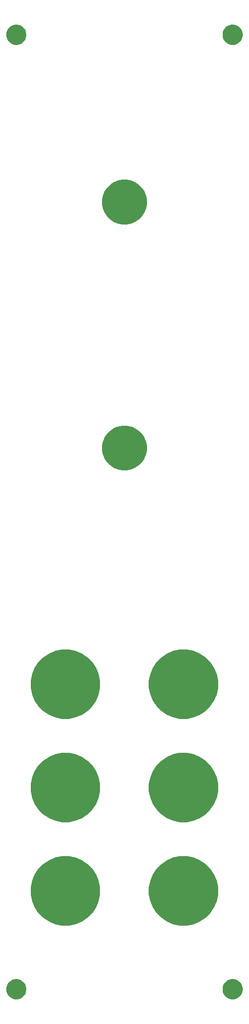
<source format=gbr>
G04 #@! TF.GenerationSoftware,KiCad,Pcbnew,5.1.5-52549c5~84~ubuntu18.04.1*
G04 #@! TF.CreationDate,2020-07-04T15:29:10-04:00*
G04 #@! TF.ProjectId,subosc_panel,7375626f-7363-45f7-9061-6e656c2e6b69,rev?*
G04 #@! TF.SameCoordinates,Original*
G04 #@! TF.FileFunction,Soldermask,Top*
G04 #@! TF.FilePolarity,Negative*
%FSLAX46Y46*%
G04 Gerber Fmt 4.6, Leading zero omitted, Abs format (unit mm)*
G04 Created by KiCad (PCBNEW 5.1.5-52549c5~84~ubuntu18.04.1) date 2020-07-04 15:29:10*
%MOMM*%
%LPD*%
G04 APERTURE LIST*
%ADD10C,0.100000*%
G04 APERTURE END LIST*
D10*
G36*
X118598254Y-208027818D02*
G01*
X118971511Y-208182426D01*
X118971513Y-208182427D01*
X119307436Y-208406884D01*
X119593116Y-208692564D01*
X119817574Y-209028489D01*
X119972182Y-209401746D01*
X120051000Y-209797993D01*
X120051000Y-210202007D01*
X119972182Y-210598254D01*
X119817574Y-210971511D01*
X119817573Y-210971513D01*
X119593116Y-211307436D01*
X119307436Y-211593116D01*
X118971513Y-211817573D01*
X118971512Y-211817574D01*
X118971511Y-211817574D01*
X118598254Y-211972182D01*
X118202007Y-212051000D01*
X117797993Y-212051000D01*
X117401746Y-211972182D01*
X117028489Y-211817574D01*
X117028488Y-211817574D01*
X117028487Y-211817573D01*
X116692564Y-211593116D01*
X116406884Y-211307436D01*
X116182427Y-210971513D01*
X116182426Y-210971511D01*
X116027818Y-210598254D01*
X115949000Y-210202007D01*
X115949000Y-209797993D01*
X116027818Y-209401746D01*
X116182426Y-209028489D01*
X116406884Y-208692564D01*
X116692564Y-208406884D01*
X117028487Y-208182427D01*
X117028489Y-208182426D01*
X117401746Y-208027818D01*
X117797993Y-207949000D01*
X118202007Y-207949000D01*
X118598254Y-208027818D01*
G37*
G36*
X162598254Y-208027818D02*
G01*
X162971511Y-208182426D01*
X162971513Y-208182427D01*
X163307436Y-208406884D01*
X163593116Y-208692564D01*
X163817574Y-209028489D01*
X163972182Y-209401746D01*
X164051000Y-209797993D01*
X164051000Y-210202007D01*
X163972182Y-210598254D01*
X163817574Y-210971511D01*
X163817573Y-210971513D01*
X163593116Y-211307436D01*
X163307436Y-211593116D01*
X162971513Y-211817573D01*
X162971512Y-211817574D01*
X162971511Y-211817574D01*
X162598254Y-211972182D01*
X162202007Y-212051000D01*
X161797993Y-212051000D01*
X161401746Y-211972182D01*
X161028489Y-211817574D01*
X161028488Y-211817574D01*
X161028487Y-211817573D01*
X160692564Y-211593116D01*
X160406884Y-211307436D01*
X160182427Y-210971513D01*
X160182426Y-210971511D01*
X160027818Y-210598254D01*
X159949000Y-210202007D01*
X159949000Y-209797993D01*
X160027818Y-209401746D01*
X160182426Y-209028489D01*
X160406884Y-208692564D01*
X160692564Y-208406884D01*
X161028487Y-208182427D01*
X161028489Y-208182426D01*
X161401746Y-208027818D01*
X161797993Y-207949000D01*
X162202007Y-207949000D01*
X162598254Y-208027818D01*
G37*
G36*
X154056700Y-183219965D02*
G01*
X155339899Y-183751484D01*
X155339901Y-183751485D01*
X156494751Y-184523130D01*
X157476870Y-185505249D01*
X158248515Y-186660099D01*
X158248516Y-186660101D01*
X158780035Y-187943300D01*
X159051000Y-189305536D01*
X159051000Y-190694464D01*
X158780035Y-192056700D01*
X158248516Y-193339899D01*
X158248515Y-193339901D01*
X157476870Y-194494751D01*
X156494751Y-195476870D01*
X155339901Y-196248515D01*
X155339900Y-196248516D01*
X155339899Y-196248516D01*
X154056700Y-196780035D01*
X152694464Y-197051000D01*
X151305536Y-197051000D01*
X149943300Y-196780035D01*
X148660101Y-196248516D01*
X148660100Y-196248516D01*
X148660099Y-196248515D01*
X147505249Y-195476870D01*
X146523130Y-194494751D01*
X145751485Y-193339901D01*
X145751484Y-193339899D01*
X145219965Y-192056700D01*
X144949000Y-190694464D01*
X144949000Y-189305536D01*
X145219965Y-187943300D01*
X145751484Y-186660101D01*
X145751485Y-186660099D01*
X146523130Y-185505249D01*
X147505249Y-184523130D01*
X148660099Y-183751485D01*
X148660101Y-183751484D01*
X149943300Y-183219965D01*
X151305536Y-182949000D01*
X152694464Y-182949000D01*
X154056700Y-183219965D01*
G37*
G36*
X130056700Y-183219965D02*
G01*
X131339899Y-183751484D01*
X131339901Y-183751485D01*
X132494751Y-184523130D01*
X133476870Y-185505249D01*
X134248515Y-186660099D01*
X134248516Y-186660101D01*
X134780035Y-187943300D01*
X135051000Y-189305536D01*
X135051000Y-190694464D01*
X134780035Y-192056700D01*
X134248516Y-193339899D01*
X134248515Y-193339901D01*
X133476870Y-194494751D01*
X132494751Y-195476870D01*
X131339901Y-196248515D01*
X131339900Y-196248516D01*
X131339899Y-196248516D01*
X130056700Y-196780035D01*
X128694464Y-197051000D01*
X127305536Y-197051000D01*
X125943300Y-196780035D01*
X124660101Y-196248516D01*
X124660100Y-196248516D01*
X124660099Y-196248515D01*
X123505249Y-195476870D01*
X122523130Y-194494751D01*
X121751485Y-193339901D01*
X121751484Y-193339899D01*
X121219965Y-192056700D01*
X120949000Y-190694464D01*
X120949000Y-189305536D01*
X121219965Y-187943300D01*
X121751484Y-186660101D01*
X121751485Y-186660099D01*
X122523130Y-185505249D01*
X123505249Y-184523130D01*
X124660099Y-183751485D01*
X124660101Y-183751484D01*
X125943300Y-183219965D01*
X127305536Y-182949000D01*
X128694464Y-182949000D01*
X130056700Y-183219965D01*
G37*
G36*
X154056700Y-162219965D02*
G01*
X155339899Y-162751484D01*
X155339901Y-162751485D01*
X156494751Y-163523130D01*
X157476870Y-164505249D01*
X158248515Y-165660099D01*
X158248516Y-165660101D01*
X158780035Y-166943300D01*
X159051000Y-168305536D01*
X159051000Y-169694464D01*
X158780035Y-171056700D01*
X158248516Y-172339899D01*
X158248515Y-172339901D01*
X157476870Y-173494751D01*
X156494751Y-174476870D01*
X155339901Y-175248515D01*
X155339900Y-175248516D01*
X155339899Y-175248516D01*
X154056700Y-175780035D01*
X152694464Y-176051000D01*
X151305536Y-176051000D01*
X149943300Y-175780035D01*
X148660101Y-175248516D01*
X148660100Y-175248516D01*
X148660099Y-175248515D01*
X147505249Y-174476870D01*
X146523130Y-173494751D01*
X145751485Y-172339901D01*
X145751484Y-172339899D01*
X145219965Y-171056700D01*
X144949000Y-169694464D01*
X144949000Y-168305536D01*
X145219965Y-166943300D01*
X145751484Y-165660101D01*
X145751485Y-165660099D01*
X146523130Y-164505249D01*
X147505249Y-163523130D01*
X148660099Y-162751485D01*
X148660101Y-162751484D01*
X149943300Y-162219965D01*
X151305536Y-161949000D01*
X152694464Y-161949000D01*
X154056700Y-162219965D01*
G37*
G36*
X130056700Y-162219965D02*
G01*
X131339899Y-162751484D01*
X131339901Y-162751485D01*
X132494751Y-163523130D01*
X133476870Y-164505249D01*
X134248515Y-165660099D01*
X134248516Y-165660101D01*
X134780035Y-166943300D01*
X135051000Y-168305536D01*
X135051000Y-169694464D01*
X134780035Y-171056700D01*
X134248516Y-172339899D01*
X134248515Y-172339901D01*
X133476870Y-173494751D01*
X132494751Y-174476870D01*
X131339901Y-175248515D01*
X131339900Y-175248516D01*
X131339899Y-175248516D01*
X130056700Y-175780035D01*
X128694464Y-176051000D01*
X127305536Y-176051000D01*
X125943300Y-175780035D01*
X124660101Y-175248516D01*
X124660100Y-175248516D01*
X124660099Y-175248515D01*
X123505249Y-174476870D01*
X122523130Y-173494751D01*
X121751485Y-172339901D01*
X121751484Y-172339899D01*
X121219965Y-171056700D01*
X120949000Y-169694464D01*
X120949000Y-168305536D01*
X121219965Y-166943300D01*
X121751484Y-165660101D01*
X121751485Y-165660099D01*
X122523130Y-164505249D01*
X123505249Y-163523130D01*
X124660099Y-162751485D01*
X124660101Y-162751484D01*
X125943300Y-162219965D01*
X127305536Y-161949000D01*
X128694464Y-161949000D01*
X130056700Y-162219965D01*
G37*
G36*
X130056700Y-141219965D02*
G01*
X131339899Y-141751484D01*
X131339901Y-141751485D01*
X132494751Y-142523130D01*
X133476870Y-143505249D01*
X134248515Y-144660099D01*
X134248516Y-144660101D01*
X134780035Y-145943300D01*
X135051000Y-147305536D01*
X135051000Y-148694464D01*
X134780035Y-150056700D01*
X134248516Y-151339899D01*
X134248515Y-151339901D01*
X133476870Y-152494751D01*
X132494751Y-153476870D01*
X131339901Y-154248515D01*
X131339900Y-154248516D01*
X131339899Y-154248516D01*
X130056700Y-154780035D01*
X128694464Y-155051000D01*
X127305536Y-155051000D01*
X125943300Y-154780035D01*
X124660101Y-154248516D01*
X124660100Y-154248516D01*
X124660099Y-154248515D01*
X123505249Y-153476870D01*
X122523130Y-152494751D01*
X121751485Y-151339901D01*
X121751484Y-151339899D01*
X121219965Y-150056700D01*
X120949000Y-148694464D01*
X120949000Y-147305536D01*
X121219965Y-145943300D01*
X121751484Y-144660101D01*
X121751485Y-144660099D01*
X122523130Y-143505249D01*
X123505249Y-142523130D01*
X124660099Y-141751485D01*
X124660101Y-141751484D01*
X125943300Y-141219965D01*
X127305536Y-140949000D01*
X128694464Y-140949000D01*
X130056700Y-141219965D01*
G37*
G36*
X154056700Y-141219965D02*
G01*
X155339899Y-141751484D01*
X155339901Y-141751485D01*
X156494751Y-142523130D01*
X157476870Y-143505249D01*
X158248515Y-144660099D01*
X158248516Y-144660101D01*
X158780035Y-145943300D01*
X159051000Y-147305536D01*
X159051000Y-148694464D01*
X158780035Y-150056700D01*
X158248516Y-151339899D01*
X158248515Y-151339901D01*
X157476870Y-152494751D01*
X156494751Y-153476870D01*
X155339901Y-154248515D01*
X155339900Y-154248516D01*
X155339899Y-154248516D01*
X154056700Y-154780035D01*
X152694464Y-155051000D01*
X151305536Y-155051000D01*
X149943300Y-154780035D01*
X148660101Y-154248516D01*
X148660100Y-154248516D01*
X148660099Y-154248515D01*
X147505249Y-153476870D01*
X146523130Y-152494751D01*
X145751485Y-151339901D01*
X145751484Y-151339899D01*
X145219965Y-150056700D01*
X144949000Y-148694464D01*
X144949000Y-147305536D01*
X145219965Y-145943300D01*
X145751484Y-144660101D01*
X145751485Y-144660099D01*
X146523130Y-143505249D01*
X147505249Y-142523130D01*
X148660099Y-141751485D01*
X148660101Y-141751484D01*
X149943300Y-141219965D01*
X151305536Y-140949000D01*
X152694464Y-140949000D01*
X154056700Y-141219965D01*
G37*
G36*
X141327477Y-95623892D02*
G01*
X141670541Y-95765994D01*
X142155707Y-95966956D01*
X142901093Y-96465008D01*
X143534992Y-97098907D01*
X144033044Y-97844293D01*
X144234006Y-98329459D01*
X144376108Y-98672523D01*
X144551000Y-99551764D01*
X144551000Y-100448236D01*
X144376108Y-101327477D01*
X144234006Y-101670541D01*
X144033044Y-102155707D01*
X143534992Y-102901093D01*
X142901093Y-103534992D01*
X142155707Y-104033044D01*
X141670541Y-104234006D01*
X141327477Y-104376108D01*
X140448236Y-104551000D01*
X139551764Y-104551000D01*
X138672523Y-104376108D01*
X138329459Y-104234006D01*
X137844293Y-104033044D01*
X137098907Y-103534992D01*
X136465008Y-102901093D01*
X135966956Y-102155707D01*
X135765994Y-101670541D01*
X135623892Y-101327477D01*
X135449000Y-100448236D01*
X135449000Y-99551764D01*
X135623892Y-98672523D01*
X135765994Y-98329459D01*
X135966956Y-97844293D01*
X136465008Y-97098907D01*
X137098907Y-96465008D01*
X137844293Y-95966956D01*
X138329459Y-95765994D01*
X138672523Y-95623892D01*
X139551764Y-95449000D01*
X140448236Y-95449000D01*
X141327477Y-95623892D01*
G37*
G36*
X141327477Y-45623892D02*
G01*
X141670541Y-45765994D01*
X142155707Y-45966956D01*
X142901093Y-46465008D01*
X143534992Y-47098907D01*
X144033044Y-47844293D01*
X144234006Y-48329459D01*
X144376108Y-48672523D01*
X144551000Y-49551764D01*
X144551000Y-50448236D01*
X144376108Y-51327477D01*
X144234006Y-51670541D01*
X144033044Y-52155707D01*
X143534992Y-52901093D01*
X142901093Y-53534992D01*
X142155707Y-54033044D01*
X141670541Y-54234006D01*
X141327477Y-54376108D01*
X140448236Y-54551000D01*
X139551764Y-54551000D01*
X138672523Y-54376108D01*
X138329459Y-54234006D01*
X137844293Y-54033044D01*
X137098907Y-53534992D01*
X136465008Y-52901093D01*
X135966956Y-52155707D01*
X135765994Y-51670541D01*
X135623892Y-51327477D01*
X135449000Y-50448236D01*
X135449000Y-49551764D01*
X135623892Y-48672523D01*
X135765994Y-48329459D01*
X135966956Y-47844293D01*
X136465008Y-47098907D01*
X137098907Y-46465008D01*
X137844293Y-45966956D01*
X138329459Y-45765994D01*
X138672523Y-45623892D01*
X139551764Y-45449000D01*
X140448236Y-45449000D01*
X141327477Y-45623892D01*
G37*
G36*
X118598254Y-14027818D02*
G01*
X118971511Y-14182426D01*
X118971513Y-14182427D01*
X119307436Y-14406884D01*
X119593116Y-14692564D01*
X119817574Y-15028489D01*
X119972182Y-15401746D01*
X120051000Y-15797993D01*
X120051000Y-16202007D01*
X119972182Y-16598254D01*
X119817574Y-16971511D01*
X119817573Y-16971513D01*
X119593116Y-17307436D01*
X119307436Y-17593116D01*
X118971513Y-17817573D01*
X118971512Y-17817574D01*
X118971511Y-17817574D01*
X118598254Y-17972182D01*
X118202007Y-18051000D01*
X117797993Y-18051000D01*
X117401746Y-17972182D01*
X117028489Y-17817574D01*
X117028488Y-17817574D01*
X117028487Y-17817573D01*
X116692564Y-17593116D01*
X116406884Y-17307436D01*
X116182427Y-16971513D01*
X116182426Y-16971511D01*
X116027818Y-16598254D01*
X115949000Y-16202007D01*
X115949000Y-15797993D01*
X116027818Y-15401746D01*
X116182426Y-15028489D01*
X116406884Y-14692564D01*
X116692564Y-14406884D01*
X117028487Y-14182427D01*
X117028489Y-14182426D01*
X117401746Y-14027818D01*
X117797993Y-13949000D01*
X118202007Y-13949000D01*
X118598254Y-14027818D01*
G37*
G36*
X162598254Y-14027818D02*
G01*
X162971511Y-14182426D01*
X162971513Y-14182427D01*
X163307436Y-14406884D01*
X163593116Y-14692564D01*
X163817574Y-15028489D01*
X163972182Y-15401746D01*
X164051000Y-15797993D01*
X164051000Y-16202007D01*
X163972182Y-16598254D01*
X163817574Y-16971511D01*
X163817573Y-16971513D01*
X163593116Y-17307436D01*
X163307436Y-17593116D01*
X162971513Y-17817573D01*
X162971512Y-17817574D01*
X162971511Y-17817574D01*
X162598254Y-17972182D01*
X162202007Y-18051000D01*
X161797993Y-18051000D01*
X161401746Y-17972182D01*
X161028489Y-17817574D01*
X161028488Y-17817574D01*
X161028487Y-17817573D01*
X160692564Y-17593116D01*
X160406884Y-17307436D01*
X160182427Y-16971513D01*
X160182426Y-16971511D01*
X160027818Y-16598254D01*
X159949000Y-16202007D01*
X159949000Y-15797993D01*
X160027818Y-15401746D01*
X160182426Y-15028489D01*
X160406884Y-14692564D01*
X160692564Y-14406884D01*
X161028487Y-14182427D01*
X161028489Y-14182426D01*
X161401746Y-14027818D01*
X161797993Y-13949000D01*
X162202007Y-13949000D01*
X162598254Y-14027818D01*
G37*
M02*

</source>
